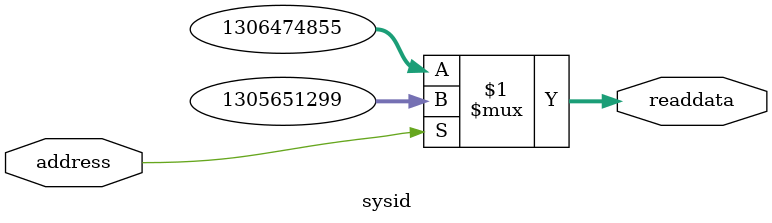
<source format=v>

`timescale 1ns / 1ps
// synthesis translate_on

// turn off superfluous verilog processor warnings 
// altera message_level Level1 
// altera message_off 10034 10035 10036 10037 10230 10240 10030 

module sysid (
               // inputs:
                address,

               // outputs:
                readdata
             )
;

  output  [ 31: 0] readdata;
  input            address;

  wire    [ 31: 0] readdata;
  //control_slave, which is an e_avalon_slave
  assign readdata = address ? 1305651299 : 1306474855;

endmodule


</source>
